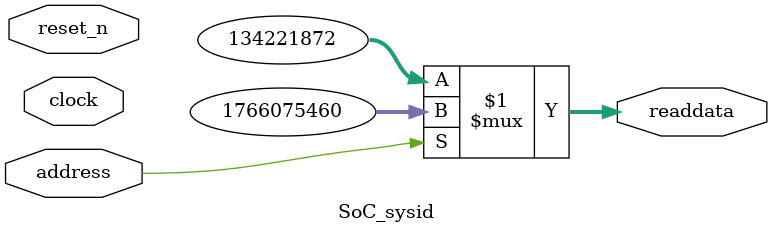
<source format=v>

`timescale 1ns / 1ps
// synthesis translate_on

// turn off superfluous verilog processor warnings 
// altera message_level Level1 
// altera message_off 10034 10035 10036 10037 10230 10240 10030 

module SoC_sysid (
               // inputs:
                address,
                clock,
                reset_n,

               // outputs:
                readdata
             )
;

  output  [ 31: 0] readdata;
  input            address;
  input            clock;
  input            reset_n;

  wire    [ 31: 0] readdata;
  //control_slave, which is an e_avalon_slave
  assign readdata = address ? 1766075460 : 134221872;

endmodule




</source>
